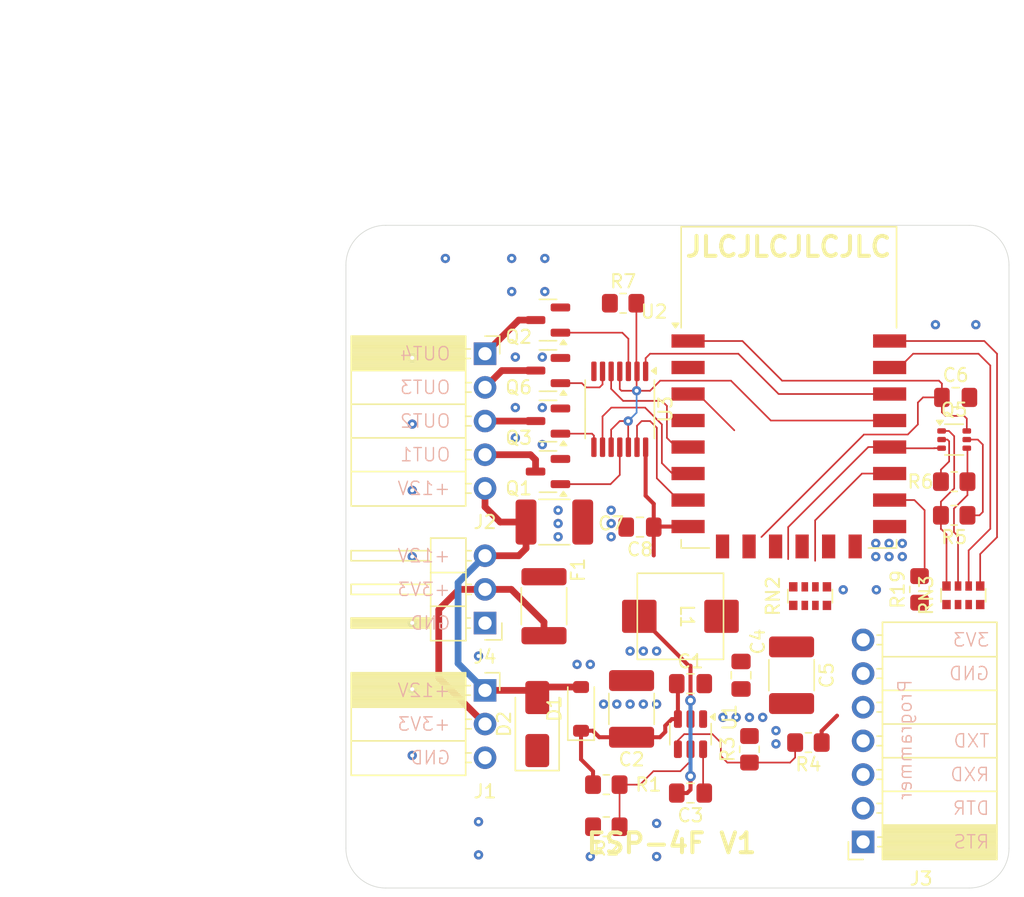
<source format=kicad_pcb>
(kicad_pcb (version 20240108) (generator "pcbnew") (generator_version "8.0")
  (layers (0 "F.Cu" signal) (31 "B.Cu" signal) (34 "B.Paste" user) (35 "F.Paste" user) (36 "B.SilkS" user "B.Silkscreen") (37 "F.SilkS" user "F.Silkscreen") (38 "B.Mask" user) (39 "F.Mask" user) (44 "Edge.Cuts" user))
  (net 0 "")
  (net 1 "+12V")
  (net 2 "GND")
  (net 3 "Net-(U1-BOOT)")
  (net 4 "Net-(U1-SW)")
  (net 5 "+3V3")
  (net 6 "/nRST")
  (net 7 "+12VA")
  (net 8 "Net-(J1-Pin_2)")
  (net 9 "/OUT3")
  (net 10 "/OUT1")
  (net 11 "/OUT2")
  (net 12 "/OUT4")
  (net 14 "Net-(J3-Pin_3)")
  (net 15 "Net-(J3-Pin_1)")
  (net 16 "Net-(J3-Pin_4)")
  (net 17 "Net-(J3-Pin_2)")
  (net 18 "/GPIO5")
  (net 19 "/GPIO14")
  (net 20 "/GPIO12")
  (net 21 "Net-(Q5B-B2)")
  (net 22 "/GPIO0")
  (net 23 "Net-(Q5B-E2)")
  (net 24 "Net-(Q5A-E1)")
  (net 25 "Net-(Q5A-B1)")
  (net 26 "/GPIO13")
  (net 27 "Net-(U1-EN)")
  (net 28 "Net-(U1-FB)")
  (net 29 "/EN")
  (net 30 "/GPIO2")
  (net 31 "/TXD")
  (net 32 "/RXD")
  (net 34 "Net-(Q1-G)")
  (net 40 "Net-(Q2-G)")
  (net 43 "Net-(Q3-G)")
  (net 44 "Net-(Q6-G)")
  (net 45 "Net-(U2-GPIO15)")
  (net 46 "/DRIVE_EN")
  (footprint "Package_TO_SOT_SMD:SOT-23" (layer "F.Cu") (at 115.2375 64.77 180)
    (property "Reference" "Q3" (at 2.2075 -1.27 0) (layer "F.SilkS"))
    (property "Value" "TSM2302CX")
    (pad "1" smd roundrect (at -0.9375 -0.95 180) (size 1.475 0.6) (layers "F.Cu" "F.Paste" "F.Mask") (net 43 "Net-(Q3-G)"))
    (pad "2" smd roundrect (at -0.9375 0.95 180) (size 1.475 0.6) (layers "F.Cu" "F.Paste" "F.Mask") (net 2 "GND"))
    (pad "3" smd roundrect (at 0.9375 0 180) (size 1.475 0.6) (layers "F.Cu" "F.Paste" "F.Mask") (net 11 "/OUT2"))
  )
  (footprint "Capacitor_SMD:C_0805_2012Metric_Pad1.18x1.45mm_HandSolder" (layer "F.Cu") (at 125.984 84.582)
    (property "Reference" "C1" (at 0 -1.68 0) (layer "F.SilkS"))
    (property "Value" "100n")
    (pad "1" smd roundrect (at -1.0375 0) (size 1.175 1.45) (layers "F.Cu" "F.Paste" "F.Mask") (roundrect_rratio 0.212766) (net 1 "+12V"))
    (pad "2" smd roundrect (at 1.0375 0) (size 1.175 1.45) (layers "F.Cu" "F.Paste" "F.Mask") (roundrect_rratio 0.212766) (net 2 "GND"))
  )
  (footprint "Package_TO_SOT_SMD:SOT-23-6" (layer "F.Cu") (at 125.984 88.392 -90)
    (property "Reference" "U1" (at -1.265 -2.945 90) (layer "F.SilkS"))
    (property "Value" "TPS54202DDC")
    (pad "1" smd roundrect (at -1.1375 -0.95 270) (size 1.325 0.6) (layers "F.Cu" "F.Paste" "F.Mask") (net 2 "GND"))
    (pad "2" smd roundrect (at -1.1375 0 270) (size 1.325 0.6) (layers "F.Cu" "F.Paste" "F.Mask") (net 4 "Net-(U1-SW)"))
    (pad "3" smd roundrect (at -1.1375 0.95 270) (size 1.325 0.6) (layers "F.Cu" "F.Paste" "F.Mask") (net 1 "+12V"))
    (pad "4" smd roundrect (at 1.1375 0.95 270) (size 1.325 0.6) (layers "F.Cu" "F.Paste" "F.Mask") (net 28 "Net-(U1-FB)"))
    (pad "5" smd roundrect (at 1.1375 0 270) (size 1.325 0.6) (layers "F.Cu" "F.Paste" "F.Mask") (net 27 "Net-(U1-EN)"))
    (pad "6" smd roundrect (at 1.1375 -0.95 270) (size 1.325 0.6) (layers "F.Cu" "F.Paste" "F.Mask") (net 3 "Net-(U1-BOOT)"))
  )
  (footprint "Capacitor_SMD:C_0805_2012Metric_Pad1.18x1.45mm_HandSolder" (layer "F.Cu") (at 129.794 83.947 -90)
    (property "Reference" "C4" (at -2.54 -1.27 90) (layer "F.SilkS"))
    (property "Value" "1u")
    (pad "1" smd roundrect (at -1.0375 0 270) (size 1.175 1.45) (layers "F.Cu" "F.Paste" "F.Mask") (roundrect_rratio 0.212766) (net 5 "+3V3"))
    (pad "2" smd roundrect (at 1.0375 0 270) (size 1.175 1.45) (layers "F.Cu" "F.Paste" "F.Mask") (roundrect_rratio 0.212766) (net 2 "GND"))
  )
  (footprint "MountingHole:MountingHole_3.2mm_M3_ISO7380" (layer "F.Cu") (at 104 96)
    (property "Reference" "H3" (hide yes))
    (property "Value" "MountingHole")
    (pad "" np_thru_hole circle (at 0 0) (size 3.2 3.2) (drill 3.2) (layers "*.Cu" "*.Mask"))
  )
  (footprint "footprints:L_6.5x6.5_H4.6" (layer "F.Cu") (at 125.222 79.502 -90)
    (property "Reference" "L1" (at 0 -0.5 -90) (layer "F.SilkS"))
    (property "Value" "10u")
    (pad "1" smd roundrect (at 0 3.1 270) (size 2.5 2.6) (layers "F.Cu" "F.Paste" "F.Mask") (roundrect_rratio 0.08) (net 4 "Net-(U1-SW)"))
    (pad "2" smd roundrect (at 0 -3.1 270) (size 2.5 2.6) (layers "F.Cu" "F.Paste" "F.Mask") (roundrect_rratio 0.08) (net 5 "+3V3"))
  )
  (footprint "Connector_PinSocket_2.54mm:PinSocket_1x03_P2.54mm_Horizontal" (layer "F.Cu") (at 110.49 85.09)
    (property "Reference" "J1" (at 0 7.62 0) (layer "F.SilkS"))
    (property "Value" "Conn_01x03_Socket")
    (pad "1" thru_hole rect (at 0 0) (size 1.7 1.7) (drill 1) (layers "*.Cu" "*.Mask") (net 7 "+12VA"))
    (pad "2" thru_hole oval (at 0 2.54) (size 1.7 1.7) (drill 1) (layers "*.Cu" "*.Mask") (net 8 "Net-(J1-Pin_2)"))
    (pad "3" thru_hole oval (at 0 5.08) (size 1.7 1.7) (drill 1) (layers "*.Cu" "*.Mask") (net 2 "GND"))
  )
  (footprint "Resistor_SMD:R_0805_2012Metric_Pad1.20x1.40mm_HandSolder" (layer "F.Cu") (at 145.8675 69.342)
    (property "Reference" "R6" (at -2.54 0 0) (layer "F.SilkS"))
    (property "Value" "10k")
    (pad "1" smd roundrect (at -1 0) (size 1.2 1.4) (layers "F.Cu" "F.Paste" "F.Mask") (roundrect_rratio 0.208333) (net 25 "Net-(Q5A-B1)"))
    (pad "2" smd roundrect (at 1 0) (size 1.2 1.4) (layers "F.Cu" "F.Paste" "F.Mask") (roundrect_rratio 0.208333) (net 23 "Net-(Q5B-E2)"))
  )
  (footprint "Resistor_SMD:R_0805_2012Metric_Pad1.20x1.40mm_HandSolder" (layer "F.Cu") (at 130.429 89.535 90)
    (property "Reference" "R3" (at 0 -1.65 90) (layer "F.SilkS"))
    (property "Value" "22k")
    (pad "1" smd roundrect (at -1 0 90) (size 1.2 1.4) (layers "F.Cu" "F.Paste" "F.Mask") (roundrect_rratio 0.208333) (net 28 "Net-(U1-FB)"))
    (pad "2" smd roundrect (at 1 0 90) (size 1.2 1.4) (layers "F.Cu" "F.Paste" "F.Mask") (roundrect_rratio 0.208333) (net 2 "GND"))
  )
  (footprint "Diode_SMD:D_SMA" (layer "F.Cu") (at 114.427 87.63 90)
    (property "Reference" "D2" (at 0 -2.5 90) (layer "F.SilkS"))
    (property "Value" "SMAJ12A")
    (pad "1" smd roundrect (at -2 0 90) (size 2.5 1.8) (layers "F.Cu" "F.Paste" "F.Mask") (roundrect_rratio 0.1388888889) (net 2 "GND"))
    (pad "2" smd roundrect (at 2 0 90) (size 2.5 1.8) (layers "F.Cu" "F.Paste" "F.Mask") (roundrect_rratio 0.1388888889) (net 7 "+12VA"))
  )
  (footprint "Fuse:Fuse_1812_4532Metric_Pad1.30x3.40mm_HandSolder" (layer "F.Cu") (at 114.935 78.74 -90)
    (property "Reference" "F1" (at -2.74 -2.565 90) (layer "F.SilkS"))
    (property "Value" "Fuse")
    (pad "1" smd roundrect (at -2.225 0 270) (size 1.3 3.4) (layers "F.Cu" "F.Paste" "F.Mask") (roundrect_rratio 0.192308) (net 5 "+3V3"))
    (pad "2" smd roundrect (at 2.225 0 270) (size 1.3 3.4) (layers "F.Cu" "F.Paste" "F.Mask") (roundrect_rratio 0.192308) (net 8 "Net-(J1-Pin_2)"))
  )
  (footprint "MountingHole:MountingHole_3.2mm_M3_ISO7380" (layer "F.Cu") (at 146 54)
    (property "Reference" "H2" (hide yes))
    (property "Value" "MountingHole")
    (pad "" np_thru_hole circle (at 0 0) (size 3.2 3.2) (drill 3.2) (layers "*.Cu" "*.Mask"))
  )
  (footprint "Package_SO:TSSOP-14_4.4x5mm_P0.65mm" (layer "F.Cu") (at 120.65 63.881 -90)
    (property "Reference" "U3" (at 0 -3.45 90) (layer "F.SilkS"))
    (property "Value" "7408")
    (pad "1" smd roundrect (at -2.8625 -1.95 270) (size 1.475 0.4) (layers "F.Cu" "F.Paste" "F.Mask") (net 18 "/GPIO5"))
    (pad "2" smd roundrect (at -2.8625 -1.3 270) (size 1.475 0.4) (layers "F.Cu" "F.Paste" "F.Mask") (net 46 "/DRIVE_EN"))
    (pad "3" smd roundrect (at -2.8625 -0.65 270) (size 1.475 0.4) (layers "F.Cu" "F.Paste" "F.Mask") (net 40 "Net-(Q2-G)"))
    (pad "4" smd roundrect (at -2.8625 0 270) (size 1.475 0.4) (layers "F.Cu" "F.Paste" "F.Mask") (net 46 "/DRIVE_EN"))
    (pad "5" smd roundrect (at -2.8625 0.65 270) (size 1.475 0.4) (layers "F.Cu" "F.Paste" "F.Mask") (net 19 "/GPIO14"))
    (pad "6" smd roundrect (at -2.8625 1.3 270) (size 1.475 0.4) (layers "F.Cu" "F.Paste" "F.Mask") (net 44 "Net-(Q6-G)"))
    (pad "7" smd roundrect (at -2.8625 1.95 270) (size 1.475 0.4) (layers "F.Cu" "F.Paste" "F.Mask") (net 2 "GND"))
    (pad "8" smd roundrect (at 2.8625 1.95 270) (size 1.475 0.4) (layers "F.Cu" "F.Paste" "F.Mask") (net 43 "Net-(Q3-G)"))
    (pad "9" smd roundrect (at 2.8625 1.3 270) (size 1.475 0.4) (layers "F.Cu" "F.Paste" "F.Mask") (net 20 "/GPIO12"))
    (pad "10" smd roundrect (at 2.8625 0.65 270) (size 1.475 0.4) (layers "F.Cu" "F.Paste" "F.Mask") (net 46 "/DRIVE_EN"))
    (pad "11" smd roundrect (at 2.8625 0 270) (size 1.475 0.4) (layers "F.Cu" "F.Paste" "F.Mask") (net 34 "Net-(Q1-G)"))
    (pad "12" smd roundrect (at 2.8625 -0.65 270) (size 1.475 0.4) (layers "F.Cu" "F.Paste" "F.Mask") (net 46 "/DRIVE_EN"))
    (pad "13" smd roundrect (at 2.8625 -1.3 270) (size 1.475 0.4) (layers "F.Cu" "F.Paste" "F.Mask") (net 26 "/GPIO13"))
    (pad "14" smd roundrect (at 2.8625 -1.95 270) (size 1.475 0.4) (layers "F.Cu" "F.Paste" "F.Mask") (net 5 "+3V3"))
  )
  (footprint "Resistor_SMD:R_0805_2012Metric_Pad1.20x1.40mm_HandSolder" (layer "F.Cu") (at 120.904 55.88)
    (property "Reference" "R7" (at 0 -1.65 360) (layer "F.SilkS"))
    (property "Value" "10k")
    (pad "1" smd roundrect (at -1 0) (size 1.2 1.4) (layers "F.Cu" "F.Paste" "F.Mask") (roundrect_rratio 0.208333) (net 2 "GND"))
    (pad "2" smd roundrect (at 1 0) (size 1.2 1.4) (layers "F.Cu" "F.Paste" "F.Mask") (roundrect_rratio 0.208333) (net 46 "/DRIVE_EN"))
  )
  (footprint "Resistor_SMD:R_Array_Convex_4x0612" (layer "F.Cu") (at 135.001 77.978 90)
    (property "Reference" "RN2" (at 0 -2.8 90) (layer "F.SilkS"))
    (property "Value" "10K")
    (pad "1" smd rect (at -0.7 -1.27 90) (size 0.7 0.64) (layers "F.Cu" "F.Paste" "F.Mask") (net 5 "+3V3"))
    (pad "2" smd rect (at -0.7 -0.4 90) (size 0.7 0.5) (layers "F.Cu" "F.Paste" "F.Mask") (net 5 "+3V3"))
    (pad "3" smd rect (at -0.7 0.4 90) (size 0.7 0.5) (layers "F.Cu" "F.Paste" "F.Mask") (net 5 "+3V3"))
    (pad "4" smd rect (at -0.7 1.27 90) (size 0.7 0.64) (layers "F.Cu" "F.Paste" "F.Mask") (net 5 "+3V3"))
    (pad "5" smd rect (at 0.7 1.27 90) (size 0.7 0.64) (layers "F.Cu" "F.Paste" "F.Mask") (net 30 "/GPIO2"))
    (pad "6" smd rect (at 0.7 0.4 90) (size 0.7 0.5) (layers "F.Cu" "F.Paste" "F.Mask") (net 22 "/GPIO0"))
    (pad "7" smd rect (at 0.7 -0.4 90) (size 0.7 0.5) (layers "F.Cu" "F.Paste" "F.Mask") (net 6 "/nRST"))
    (pad "8" smd rect (at 0.7 -1.27 90) (size 0.7 0.64) (layers "F.Cu" "F.Paste" "F.Mask") (net 29 "/EN"))
  )
  (footprint "Resistor_SMD:R_0805_2012Metric_Pad1.20x1.40mm_HandSolder" (layer "F.Cu") (at 134.874 89.027 180)
    (property "Reference" "R4" (at 0 -1.65 0) (layer "F.SilkS"))
    (property "Value" "100k")
    (pad "1" smd roundrect (at -1 0 180) (size 1.2 1.4) (layers "F.Cu" "F.Paste" "F.Mask") (roundrect_rratio 0.208333) (net 5 "+3V3"))
    (pad "2" smd roundrect (at 1 0 180) (size 1.2 1.4) (layers "F.Cu" "F.Paste" "F.Mask") (roundrect_rratio 0.208333) (net 28 "Net-(U1-FB)"))
  )
  (footprint "Resistor_SMD:R_0805_2012Metric_Pad1.20x1.40mm_HandSolder" (layer "F.Cu") (at 119.634 95.377 180)
    (property "Reference" "R2" (at 0 -1.65 0) (layer "F.SilkS"))
    (property "Value" "10k")
    (pad "1" smd roundrect (at -1 0 180) (size 1.2 1.4) (layers "F.Cu" "F.Paste" "F.Mask") (roundrect_rratio 0.208333) (net 27 "Net-(U1-EN)"))
    (pad "2" smd roundrect (at 1 0 180) (size 1.2 1.4) (layers "F.Cu" "F.Paste" "F.Mask") (roundrect_rratio 0.208333) (net 2 "GND"))
  )
  (footprint "MountingHole:MountingHole_3.2mm_M3_ISO7380" (layer "F.Cu") (at 104 54)
    (property "Reference" "H1" (hide yes))
    (property "Value" "MountingHole")
    (pad "" np_thru_hole circle (at 0 0) (size 3.2 3.2) (drill 3.2) (layers "*.Cu" "*.Mask"))
  )
  (footprint "Package_TO_SOT_SMD:SOT-23" (layer "F.Cu") (at 115.2375 68.58 180)
    (property "Reference" "Q1" (at 2.2075 -1.27 0) (layer "F.SilkS"))
    (property "Value" "TSM2302CX")
    (pad "1" smd roundrect (at -0.9375 -0.95 180) (size 1.475 0.6) (layers "F.Cu" "F.Paste" "F.Mask") (net 34 "Net-(Q1-G)"))
    (pad "2" smd roundrect (at -0.9375 0.95 180) (size 1.475 0.6) (layers "F.Cu" "F.Paste" "F.Mask") (net 2 "GND"))
    (pad "3" smd roundrect (at 0.9375 0 180) (size 1.475 0.6) (layers "F.Cu" "F.Paste" "F.Mask") (net 10 "/OUT1"))
  )
  (footprint "Connector_PinSocket_2.54mm:PinSocket_1x07_P2.54mm_Horizontal" (layer "F.Cu") (at 139 96.52 180)
    (property "Reference" "J3" (at -4.38 -2.77 0) (layer "F.SilkS"))
    (property "Value" "Conn_01x07_Socket")
    (pad "1" thru_hole rect (at 0 0 180) (size 1.7 1.7) (drill 1) (layers "*.Cu" "*.Mask") (net 15 "Net-(J3-Pin_1)"))
    (pad "2" thru_hole oval (at 0 2.54 180) (size 1.7 1.7) (drill 1) (layers "*.Cu" "*.Mask") (net 17 "Net-(J3-Pin_2)"))
    (pad "3" thru_hole oval (at 0 5.08 180) (size 1.7 1.7) (drill 1) (layers "*.Cu" "*.Mask") (net 14 "Net-(J3-Pin_3)"))
    (pad "4" thru_hole oval (at 0 7.62 180) (size 1.7 1.7) (drill 1) (layers "*.Cu" "*.Mask") (net 16 "Net-(J3-Pin_4)"))
    (pad "5" thru_hole oval (at 0 10.16 180) (size 1.7 1.7) (drill 1) (layers "*.Cu" "*.Mask"))
    (pad "6" thru_hole oval (at 0 12.7 180) (size 1.7 1.7) (drill 1) (layers "*.Cu" "*.Mask") (net 2 "GND"))
    (pad "7" thru_hole oval (at 0 15.24 180) (size 1.7 1.7) (drill 1) (layers "*.Cu" "*.Mask") (net 5 "+3V3"))
  )
  (footprint "Package_TO_SOT_SMD:SOT-23" (layer "F.Cu") (at 115.2375 60.96 180)
    (property "Reference" "Q6" (at 2.2075 -1.27 0) (layer "F.SilkS"))
    (property "Value" "TSM2302CX")
    (pad "1" smd roundrect (at -0.9375 -0.95 180) (size 1.475 0.6) (layers "F.Cu" "F.Paste" "F.Mask") (net 44 "Net-(Q6-G)"))
    (pad "2" smd roundrect (at -0.9375 0.95 180) (size 1.475 0.6) (layers "F.Cu" "F.Paste" "F.Mask") (net 2 "GND"))
    (pad "3" smd roundrect (at 0.9375 0 180) (size 1.475 0.6) (layers "F.Cu" "F.Paste" "F.Mask") (net 9 "/OUT3"))
  )
  (footprint "RF_Module:ESP-12E" (layer "F.Cu") (at 133.4 62.23)
    (property "Reference" "U2" (at -10.16 -5.715 0) (layer "F.SilkS"))
    (property "Value" "ESP-12E")
    (pad "1" smd rect (at -7.6 -3.5) (size 2.5 1) (layers "F.Cu" "F.Paste" "F.Mask") (net 6 "/nRST"))
    (pad "2" smd rect (at -7.6 -1.5) (size 2.5 1) (layers "F.Cu" "F.Paste" "F.Mask"))
    (pad "3" smd rect (at -7.6 0.5) (size 2.5 1) (layers "F.Cu" "F.Paste" "F.Mask") (net 29 "/EN"))
    (pad "4" smd rect (at -7.6 2.5) (size 2.5 1) (layers "F.Cu" "F.Paste" "F.Mask"))
    (pad "5" smd rect (at -7.6 4.5) (size 2.5 1) (layers "F.Cu" "F.Paste" "F.Mask") (net 19 "/GPIO14"))
    (pad "6" smd rect (at -7.6 6.5) (size 2.5 1) (layers "F.Cu" "F.Paste" "F.Mask") (net 20 "/GPIO12"))
    (pad "7" smd rect (at -7.6 8.5) (size 2.5 1) (layers "F.Cu" "F.Paste" "F.Mask") (net 26 "/GPIO13"))
    (pad "8" smd rect (at -7.6 10.5) (size 2.5 1) (layers "F.Cu" "F.Paste" "F.Mask") (net 5 "+3V3"))
    (pad "9" smd rect (at -5 12) (size 1 1.8) (layers "F.Cu" "F.Paste" "F.Mask"))
    (pad "10" smd rect (at -3 12) (size 1 1.8) (layers "F.Cu" "F.Paste" "F.Mask"))
    (pad "11" smd rect (at -1 12) (size 1 1.8) (layers "F.Cu" "F.Paste" "F.Mask"))
    (pad "12" smd rect (at 1 12) (size 1 1.8) (layers "F.Cu" "F.Paste" "F.Mask"))
    (pad "13" smd rect (at 3 12) (size 1 1.8) (layers "F.Cu" "F.Paste" "F.Mask"))
    (pad "14" smd rect (at 5 12) (size 1 1.8) (layers "F.Cu" "F.Paste" "F.Mask"))
    (pad "15" smd rect (at 7.6 10.5) (size 2.5 1) (layers "F.Cu" "F.Paste" "F.Mask") (net 2 "GND"))
    (pad "16" smd rect (at 7.6 8.5) (size 2.5 1) (layers "F.Cu" "F.Paste" "F.Mask") (net 45 "Net-(U2-GPIO15)"))
    (pad "17" smd rect (at 7.6 6.5) (size 2.5 1) (layers "F.Cu" "F.Paste" "F.Mask") (net 30 "/GPIO2"))
    (pad "18" smd rect (at 7.6 4.5) (size 2.5 1) (layers "F.Cu" "F.Paste" "F.Mask") (net 22 "/GPIO0"))
    (pad "19" smd rect (at 7.6 2.5) (size 2.5 1) (layers "F.Cu" "F.Paste" "F.Mask") (net 46 "/DRIVE_EN"))
    (pad "20" smd rect (at 7.6 0.5) (size 2.5 1) (layers "F.Cu" "F.Paste" "F.Mask") (net 18 "/GPIO5"))
    (pad "21" smd rect (at 7.6 -1.5) (size 2.5 1) (layers "F.Cu" "F.Paste" "F.Mask") (net 32 "/RXD"))
    (pad "22" smd rect (at 7.6 -3.5) (size 2.5 1) (layers "F.Cu" "F.Paste" "F.Mask") (net 31 "/TXD"))
  )
  (footprint "Package_TO_SOT_SMD:SOT-363_SC-70-6" (layer "F.Cu") (at 145.8675 66.167)
    (property "Reference" "Q5" (at 0 -2.25 0) (layer "F.SilkS"))
    (property "Value" "BC847BS")
    (pad "1" smd roundrect (at -0.95 -0.65) (size 0.65 0.4) (layers "F.Cu" "F.Paste" "F.Mask") (net 24 "Net-(Q5A-E1)"))
    (pad "2" smd roundrect (at -0.95 0) (size 0.65 0.4) (layers "F.Cu" "F.Paste" "F.Mask") (net 25 "Net-(Q5A-B1)"))
    (pad "3" smd roundrect (at -0.95 0.65) (size 0.65 0.4) (layers "F.Cu" "F.Paste" "F.Mask") (net 22 "/GPIO0"))
    (pad "4" smd roundrect (at 0.95 0.65) (size 0.65 0.4) (layers "F.Cu" "F.Paste" "F.Mask") (net 23 "Net-(Q5B-E2)"))
    (pad "5" smd roundrect (at 0.95 0) (size 0.65 0.4) (layers "F.Cu" "F.Paste" "F.Mask") (net 21 "Net-(Q5B-B2)"))
    (pad "6" smd roundrect (at 0.95 -0.65) (size 0.65 0.4) (layers "F.Cu" "F.Paste" "F.Mask") (net 6 "/nRST"))
  )
  (footprint "Capacitor_SMD:C_1812_4532Metric_Pad1.57x3.40mm_HandSolder" (layer "F.Cu") (at 133.604 83.947 -90)
    (property "Reference" "C5" (at 0 -2.65 90) (layer "F.SilkS"))
    (property "Value" "33u")
    (pad "1" smd roundrect (at -2.1375 0 270) (size 1.575 3.4) (layers "F.Cu" "F.Paste" "F.Mask") (roundrect_rratio 0.15873) (net 5 "+3V3"))
    (pad "2" smd roundrect (at 2.1375 0 270) (size 1.575 3.4) (layers "F.Cu" "F.Paste" "F.Mask") (roundrect_rratio 0.15873) (net 2 "GND"))
  )
  (footprint "Resistor_SMD:R_0805_2012Metric_Pad1.20x1.40mm_HandSolder" (layer "F.Cu") (at 119.634 92.202)
    (property "Reference" "R1" (at 3.175 0 0) (layer "F.SilkS"))
    (property "Value" "68k")
    (pad "1" smd roundrect (at -1 0) (size 1.2 1.4) (layers "F.Cu" "F.Paste" "F.Mask") (roundrect_rratio 0.208333) (net 1 "+12V"))
    (pad "2" smd roundrect (at 1 0) (size 1.2 1.4) (layers "F.Cu" "F.Paste" "F.Mask") (roundrect_rratio 0.208333) (net 27 "Net-(U1-EN)"))
  )
  (footprint "Resistor_SMD:R_Array_Convex_4x0612" (layer "F.Cu") (at 146.558 77.916 90)
    (property "Reference" "RN3" (at 0 -2.8 90) (layer "F.SilkS"))
    (property "Value" "10R")
    (pad "1" smd rect (at -0.7 -1.27 90) (size 0.7 0.64) (layers "F.Cu" "F.Paste" "F.Mask") (net 15 "Net-(J3-Pin_1)"))
    (pad "2" smd rect (at -0.7 -0.4 90) (size 0.7 0.5) (layers "F.Cu" "F.Paste" "F.Mask") (net 17 "Net-(J3-Pin_2)"))
    (pad "3" smd rect (at -0.7 0.4 90) (size 0.7 0.5) (layers "F.Cu" "F.Paste" "F.Mask") (net 16 "Net-(J3-Pin_4)"))
    (pad "4" smd rect (at -0.7 1.27 90) (size 0.7 0.64) (layers "F.Cu" "F.Paste" "F.Mask") (net 14 "Net-(J3-Pin_3)"))
    (pad "5" smd rect (at 0.7 1.27 90) (size 0.7 0.64) (layers "F.Cu" "F.Paste" "F.Mask") (net 31 "/TXD"))
    (pad "6" smd rect (at 0.7 0.4 90) (size 0.7 0.5) (layers "F.Cu" "F.Paste" "F.Mask") (net 32 "/RXD"))
    (pad "7" smd rect (at 0.7 -0.4 90) (size 0.7 0.5) (layers "F.Cu" "F.Paste" "F.Mask") (net 23 "Net-(Q5B-E2)"))
    (pad "8" smd rect (at 0.7 -1.27 90) (size 0.7 0.64) (layers "F.Cu" "F.Paste" "F.Mask") (net 24 "Net-(Q5A-E1)"))
  )
  (footprint "Package_TO_SOT_SMD:SOT-23" (layer "F.Cu") (at 115.2375 57.15 180)
    (property "Reference" "Q2" (at 2.2075 -1.27 0) (layer "F.SilkS"))
    (property "Value" "TSM2302CX")
    (pad "1" smd roundrect (at -0.9375 -0.95 180) (size 1.475 0.6) (layers "F.Cu" "F.Paste" "F.Mask") (net 40 "Net-(Q2-G)"))
    (pad "2" smd roundrect (at -0.9375 0.95 180) (size 1.475 0.6) (layers "F.Cu" "F.Paste" "F.Mask") (net 2 "GND"))
    (pad "3" smd roundrect (at 0.9375 0 180) (size 1.475 0.6) (layers "F.Cu" "F.Paste" "F.Mask") (net 12 "/OUT4"))
  )
  (footprint "Resistor_SMD:R_0805_2012Metric_Pad1.20x1.40mm_HandSolder" (layer "F.Cu") (at 145.8675 71.882 180)
    (property "Reference" "R5" (at 0 -1.65 0) (layer "F.SilkS"))
    (property "Value" "10k")
    (pad "1" smd roundrect (at -1 0 180) (size 1.2 1.4) (layers "F.Cu" "F.Paste" "F.Mask") (roundrect_rratio 0.208333) (net 21 "Net-(Q5B-B2)"))
    (pad "2" smd roundrect (at 1 0 180) (size 1.2 1.4) (layers "F.Cu" "F.Paste" "F.Mask") (roundrect_rratio 0.208333) (net 24 "Net-(Q5A-E1)"))
  )
  (footprint "Capacitor_SMD:C_0805_2012Metric_Pad1.18x1.45mm_HandSolder" (layer "F.Cu") (at 125.984 92.837 180)
    (property "Reference" "C3" (at 0 -1.68 0) (layer "F.SilkS"))
    (property "Value" "100n")
    (pad "1" smd roundrect (at -1.0375 0 180) (size 1.175 1.45) (layers "F.Cu" "F.Paste" "F.Mask") (roundrect_rratio 0.212766) (net 3 "Net-(U1-BOOT)"))
    (pad "2" smd roundrect (at 1.0375 0 180) (size 1.175 1.45) (layers "F.Cu" "F.Paste" "F.Mask") (roundrect_rratio 0.212766) (net 4 "Net-(U1-SW)"))
  )
  (footprint "Capacitor_SMD:C_0805_2012Metric_Pad1.18x1.45mm_HandSolder" (layer "F.Cu") (at 145.9785 62.984)
    (property "Reference" "C6" (at 0 -1.68 360) (layer "F.SilkS"))
    (property "Value" "100n")
    (pad "1" smd roundrect (at -1.0375 0) (size 1.175 1.45) (layers "F.Cu" "F.Paste" "F.Mask") (roundrect_rratio 0.212766) (net 6 "/nRST"))
    (pad "2" smd roundrect (at 1.0375 0) (size 1.175 1.45) (layers "F.Cu" "F.Paste" "F.Mask") (roundrect_rratio 0.212766) (net 2 "GND"))
  )
  (footprint "Connector_PinHeader_2.54mm:PinHeader_1x03_P2.54mm_Horizontal" (layer "F.Cu") (at 110.49 80.01 180)
    (property "Reference" "J4" (at 0 -2.54 0) (layer "F.SilkS"))
    (property "Value" "Conn_01x03_Pin")
    (pad "1" thru_hole rect (at 0 0 180) (size 1.7 1.7) (drill 1) (layers "*.Cu" "*.Mask") (net 2 "GND"))
    (pad "2" thru_hole oval (at 0 2.54 180) (size 1.7 1.7) (drill 1) (layers "*.Cu" "*.Mask") (net 8 "Net-(J1-Pin_2)"))
    (pad "3" thru_hole oval (at 0 5.08 180) (size 1.7 1.7) (drill 1) (layers "*.Cu" "*.Mask") (net 7 "+12VA"))
  )
  (footprint "Capacitor_SMD:C_0805_2012Metric_Pad1.18x1.45mm_HandSolder" (layer "F.Cu") (at 122.174 72.771 180)
    (property "Reference" "C8" (at 0 -1.68 360) (layer "F.SilkS"))
    (property "Value" "100n")
    (pad "1" smd roundrect (at -1.0375 0 180) (size 1.175 1.45) (layers "F.Cu" "F.Paste" "F.Mask") (roundrect_rratio 0.212766) (net 5 "+3V3"))
    (pad "2" smd roundrect (at 1.0375 0 180) (size 1.175 1.45) (layers "F.Cu" "F.Paste" "F.Mask") (roundrect_rratio 0.212766) (net 2 "GND"))
  )
  (footprint "MountingHole:MountingHole_3.2mm_M3_ISO7380" (layer "F.Cu") (at 134 96)
    (property "Reference" "H4" (hide yes))
    (property "Value" "MountingHole")
    (pad "" np_thru_hole circle (at 0 0) (size 3.2 3.2) (drill 3.2) (layers "*.Cu" "*.Mask"))
  )
  (footprint "Diode_SMD:D_SOD-123" (layer "F.Cu") (at 117.729 86.487 90)
    (property "Reference" "D1" (at 0 -2 90) (layer "F.SilkS"))
    (property "Value" "B5819W")
    (pad "1" smd roundrect (at -1.65 0 90) (size 0.9 1.2) (layers "F.Cu" "F.Paste" "F.Mask") (net 1 "+12V"))
    (pad "2" smd roundrect (at 1.65 0 90) (size 0.9 1.2) (layers "F.Cu" "F.Paste" "F.Mask") (net 7 "+12VA"))
  )
  (footprint "Capacitor_SMD:C_1812_4532Metric_Pad1.57x3.40mm_HandSolder" (layer "F.Cu") (at 121.539 86.487 90)
    (property "Reference" "C2" (at -3.81 0 180) (layer "F.SilkS"))
    (property "Value" "33u")
    (pad "1" smd roundrect (at -2.1375 0 90) (size 1.575 3.4) (layers "F.Cu" "F.Paste" "F.Mask") (roundrect_rratio 0.15873) (net 1 "+12V"))
    (pad "2" smd roundrect (at 2.1375 0 90) (size 1.575 3.4) (layers "F.Cu" "F.Paste" "F.Mask") (roundrect_rratio 0.15873) (net 2 "GND"))
  )
  (footprint "Connector_PinSocket_2.54mm:PinSocket_1x05_P2.54mm_Horizontal" (layer "F.Cu") (at 110.49 59.69)
    (property "Reference" "J2" (at 0 12.7 0) (layer "F.SilkS"))
    (property "Value" "Conn_01x05_Socket")
    (pad "1" thru_hole rect (at 0 0) (size 1.7 1.7) (drill 1) (layers "*.Cu" "*.Mask") (net 12 "/OUT4"))
    (pad "2" thru_hole oval (at 0 2.54) (size 1.7 1.7) (drill 1) (layers "*.Cu" "*.Mask") (net 9 "/OUT3"))
    (pad "3" thru_hole oval (at 0 5.08) (size 1.7 1.7) (drill 1) (layers "*.Cu" "*.Mask") (net 11 "/OUT2"))
    (pad "4" thru_hole oval (at 0 7.62) (size 1.7 1.7) (drill 1) (layers "*.Cu" "*.Mask") (net 10 "/OUT1"))
    (pad "5" thru_hole oval (at 0 10.16) (size 1.7 1.7) (drill 1) (layers "*.Cu" "*.Mask") (net 7 "+12VA"))
  )
  (footprint "Resistor_SMD:R_0805_2012Metric_Pad1.20x1.40mm_HandSolder" (layer "F.Cu") (at 143.256 77.47 90)
    (property "Reference" "R19" (at 0 -1.65 90) (layer "F.SilkS"))
    (property "Value" "10k")
    (pad "1" smd roundrect (at -1 0 90) (size 1.2 1.4) (layers "F.Cu" "F.Paste" "F.Mask") (roundrect_rratio 0.208333) (net 2 "GND"))
    (pad "2" smd roundrect (at 1 0 90) (size 1.2 1.4) (layers "F.Cu" "F.Paste" "F.Mask") (roundrect_rratio 0.208333) (net 45 "Net-(U2-GPIO15)"))
  )
  (footprint "Capacitor_SMD:C_1812_4532Metric_Pad1.57x3.40mm_HandSolder" (layer "F.Cu") (at 115.7185 72.39)
    (property "Reference" "C7" (at 4.2815 0.11 0) (layer "F.SilkS"))
    (property "Value" "33u")
    (pad "1" smd roundrect (at -2.1375 0) (size 1.575 3.4) (layers "F.Cu" "F.Paste" "F.Mask") (roundrect_rratio 0.15873) (net 7 "+12VA"))
    (pad "2" smd roundrect (at 2.1375 0) (size 1.575 3.4) (layers "F.Cu" "F.Paste" "F.Mask") (roundrect_rratio 0.15873) (net 2 "GND"))
  )
  (gr_arc (start 147 50) (mid 149.12132 50.87868) (end 150 53) (stroke (width 0.05)) (layer "Edge.Cuts"))
  (gr_line (start 103 50) (end 147 50) (stroke (width 0.05)) (layer "Edge.Cuts"))
  (gr_line (start 100 97) (end 100 53) (stroke (width 0.05)) (layer "Edge.Cuts"))
  (gr_line (start 150 53) (end 150 97) (stroke (width 0.05)) (layer "Edge.Cuts"))
  (gr_arc (start 100 53) (mid 100.87868 50.87868) (end 103 50) (stroke (width 0.05)) (layer "Edge.Cuts"))
  (gr_arc (start 150 97) (mid 149.12132 99.12132) (end 147 100) (stroke (width 0.05)) (layer "Edge.Cuts"))
  (gr_line (start 147 100) (end 103 100) (stroke (width 0.05)) (layer "Edge.Cuts"))
  (gr_arc (start 103 100) (mid 100.87868 99.12132) (end 100 97) (stroke (width 0.05)) (layer "Edge.Cuts"))
  (gr_text "+12V" (at 107.95 69.85 0) (layer "B.SilkS") (effects (font (size 1 1) (thickness 0.1)) (justify left mirror)))
  (gr_text "GND" (at 107.95 80.01 0) (layer "B.SilkS") (effects (font (size 1 1) (thickness 0.1)) (justify left mirror)))
  (gr_text "RXD" (at 148.59 91.44 0) (layer "B.SilkS") (effects (font (size 1 1) (thickness 0.1)) (justify left mirror)))
  (gr_text "+12V" (at 107.95 85.09 0) (layer "B.SilkS") (effects (font (size 1 1) (thickness 0.1)) (justify left mirror)))
  (gr_text "3V3" (at 148.59 81.28 0) (layer "B.SilkS") (effects (font (size 1 1) (thickness 0.1)) (justify left mirror)))
  (gr_text "+12V" (at 107.95 74.93 0) (layer "B.SilkS") (effects (font (size 1 1) (thickness 0.1)) (justify left mirror)))
  (gr_text "OUT4" (at 107.95 59.69 0) (layer "B.SilkS") (effects (font (size 1 1) (thickness 0.1)) (justify left mirror)))
  (gr_text "+3V3" (at 107.95 87.63 0) (layer "B.SilkS") (effects (font (size 1 1) (thickness 0.1)) (justify left mirror)))
  (gr_text "DTR" (at 148.59 93.98 0) (layer "B.SilkS") (effects (font (size 1 1) (thickness 0.1)) (justify left mirror)))
  (gr_text "GND" (at 148.59 83.82 0) (layer "B.SilkS") (effects (font (size 1 1) (thickness 0.1)) (justify left mirror)))
  (gr_text "OUT1" (at 107.95 67.31 0) (layer "B.SilkS") (effects (font (size 1 1) (thickness 0.1)) (justify left mirror)))
  (gr_text "TXD" (at 148.59 88.9 0) (layer "B.SilkS") (effects (font (size 1 1) (thickness 0.1)) (justify left mirror)))
  (gr_text "Programmer" (at 142.748 84.201 90) (layer "B.SilkS") (effects (font (size 1 1) (thickness 0.1)) (justify left bottom mirror)))
  (gr_text "OUT3" (at 107.95 62.23 0) (layer "B.SilkS") (effects (font (size 1 1) (thickness 0.1)) (justify left mirror)))
  (gr_text "OUT2" (at 107.95 64.77 0) (layer "B.SilkS") (effects (font (size 1 1) (thickness 0.1)) (justify left mirror)))
  (gr_text "+3V3" (at 107.95 77.47 0) (layer "B.SilkS") (effects (font (size 1 1) (thickness 0.1)) (justify left mirror)))
  (gr_text "RTS" (at 148.59 96.52 0) (layer "B.SilkS") (effects (font (size 1 1) (thickness 0.1)) (justify left mirror)))
  (gr_text "GND" (at 107.95 90.17 0) (layer "B.SilkS") (effects (font (size 1 1) (thickness 0.1)) (justify left mirror)))
  (gr_text "JLCJLCJLCJLC" (at 125.455 52.5 0) (layer "F.SilkS") (effects (font (size 1.5 1.5) (thickness 0.3) (bold yes)) (justify left bottom)))
  (gr_text "ESP-4F V1" (at 118 97.5 0) (layer "F.SilkS") (effects (font (size 1.5 1.5) (thickness 0.3) (bold yes)) (justify left bottom)))
  (segment (start 124.5815 87.2545) (end 125.034 87.2545) (width 0.3048) (layer "F.Cu") (net 1))
  (segment (start 125.034 84.6695) (end 124.9465 84.582) (width 0.3048) (layer "F.Cu") (net 1))
  (segment (start 117.729 88.137) (end 118.619 88.137) (width 0.3048) (layer "F.Cu") (net 1))
  (segment (start 124.079 88.222) (end 124.079 87.757) (width 0.3048) (layer "F.Cu") (net 1))
  (segment (start 118.634 92.202) (end 118.634 91.202) (width 0.3048) (layer "F.Cu") (net 1))
  (segment (start 121.539 88.6245) (end 123.6765 88.6245) (width 0.3048) (layer "F.Cu") (net 1))
  (segment (start 124.079 87.757) (end 124.5815 87.2545) (width 0.3048) (layer "F.Cu") (net 1))
  (segment (start 118.634 91.202) (end 117.729 90.297) (width 0.3048) (layer "F.Cu") (net 1))
  (segment (start 119.1065 88.6245) (end 121.539 88.6245) (width 0.3048) (layer "F.Cu") (net 1))
  (segment (start 125.034 87.2545) (end 125.034 84.6695) (width 0.3048) (layer "F.Cu") (net 1))
  (segment (start 117.729 90.297) (end 117.729 88.137) (width 0.3048) (layer "F.Cu") (net 1))
  (segment (start 123.6765 88.6245) (end 124.079 88.222) (width 0.3048) (layer "F.Cu") (net 1))
  (segment (start 118.619 88.137) (end 119.1065 88.6245) (width 0.3048) (layer "F.Cu") (net 1))
  (segment (start 116.225 59.96) (end 116.175 60.01) (width 0.127) (layer "F.Cu") (net 2))
  (segment (start 116.225 56.15) (end 116.175 56.2) (width 0.127) (layer "F.Cu") (net 2))
  (via (at 123.429 86.127) (size 0.7) (drill 0.3) (layers "F.Cu" "B.Cu") (net 2))
  (via (at 117.429 83.127) (size 0.7) (drill 0.3) (layers "F.Cu" "B.Cu") (net 2))
  (via (at 105 65) (size 0.7) (drill 0.3) (layers "F.Cu" "B.Cu") (net 2))
  (via (at 131.429 87.127) (size 0.7) (drill 0.3) (layers "F.Cu" "B.Cu") (net 2))
  (via (at 116 71.5) (size 0.7) (drill 0.3) (layers "F.Cu" "B.Cu") (net 2))
  (via (at 112.5 55) (size 0.7) (drill 0.3) (layers "F.Cu" "B.Cu") (net 2))
  (via (at 123.429 95.127) (size 0.7) (drill 0.3) (layers "F.Cu" "B.Cu") (net 2))
  (via (at 121.429 86.127) (size 0.7) (drill 0.3) (layers "F.Cu" "B.Cu") (net 2))
  (via (at 123.429 97.627) (size 0.7) (drill 0.3) (layers "F.Cu" "B.Cu") (net 2))
  (via (at 115 52.5) (size 0.7) (drill 0.3) (layers "F.Cu" "B.Cu") (net 2))
  (via (at 141.955 74) (size 0.7) (drill 0.3) (layers "F.Cu" "B.Cu") (net 2))
  (via (at 110 82.5) (size 0.7) (drill 0.3) (layers "F.Cu" "B.Cu") (net 2))
  (via (at 147.5 57.5) (size 0.7) (drill 0.3) (layers "F.Cu" "B.Cu") (net 2))
  (via (at 118.429 97.627) (size 0.7) (drill 0.3) (layers "F.Cu" "B.Cu") (net 2))
  (via (at 132.429 89.127) (size 0.7) (drill 0.3) (layers "F.Cu" "B.Cu") (net 2))
  (via (at 139.955 74) (size 0.7) (drill 0.3) (layers "F.Cu" "B.Cu") (net 2))
  (via (at 112.776 63.754) (size 0.7) (drill 0.3) (layers "F.Cu" "B.Cu") (net 2))
  (via (at 120 73.5) (size 0.7) (drill 0.3) (layers "F.Cu" "B.Cu") (net 2))
  (via (at 130.429 87.127) (size 0.7) (drill 0.3) (layers "F.Cu" "B.Cu") (net 2))
  (via (at 116 72.5) (size 0.7) (drill 0.3) (layers "F.Cu" "B.Cu") (net 2))
  (via (at 112.776 66.04) (size 0.7) (drill 0.3) (layers "F.Cu" "B.Cu") (net 2))
  (via (at 114.808 66.548) (size 0.7) (drill 0.3) (layers "F.Cu" "B.Cu") (net 2))
  (via (at 120 72.5) (size 0.7) (drill 0.3) (layers "F.Cu" "B.Cu") (net 2))
  (via (at 132.429 88.127) (size 0.7) (drill 0.3) (layers "F.Cu" "B.Cu") (net 2))
  (via (at 114.808 63.754) (size 0.7) (drill 0.3) (layers "F.Cu" "B.Cu") (net 2))
  (via (at 120 71.5) (size 0.7) (drill 0.3) (layers "F.Cu" "B.Cu") (net 2))
  (via (at 110 95) (size 0.7) (drill 0.3) (layers "F.Cu" "B.Cu") (net 2))
  (via (at 105 70) (size 0.7) (drill 0.3) (layers "F.Cu" "B.Cu") (net 2))
  (via (at 115 55) (size 0.7) (drill 0.3) (layers "F.Cu" "B.Cu") (net 2))
  (via (at 129.429 87.127) (size 0.7) (drill 0.3) (layers "F.Cu" "B.Cu") (net 2))
  (via (at 137.5 77.5) (size 0.7) (drill 0.3) (layers "F.Cu" "B.Cu") (net 2))
  (via (at 107.5 52.5) (size 0.7) (drill 0.3) (layers "F.Cu" "B.Cu") (net 2))
  (via (at 119.429 86.127) (size 0.7) (drill 0.3) (layers "F.Cu" "B.Cu") (net 2))
  (via (at 105 80) (size 0.7) (drill 0.3) (layers "F.Cu" "B.Cu") (net 2))
  (via (at 110 97.5) (size 0.7) (drill 0.3) (layers "F.Cu" "B.Cu") (net 2))
  (via (at 140.955 74) (size 0.7) (drill 0.3) (layers "F.Cu" "B.Cu") (net 2))
  (via (at 105 90) (size 0.7) (drill 0.3) (layers "F.Cu" "B.Cu") (net 2))
  (via (at 144.455 57.5) (size 0.7) (drill 0.3) (layers "F.Cu" "B.Cu") (net 2))
  (via (at 141.955 75) (size 0.7) (drill 0.3) (layers "F.Cu" "B.Cu") (net 2))
  (via (at 105 60) (size 0.7) (drill 0.3) (layers "F.Cu" "B.Cu") (net 2))
  (via (at 118.429 83.127) (size 0.7) (drill 0.3) (layers "F.Cu" "B.Cu") (net 2))
  (via (at 122.429 86.127) (size 0.7) (drill 0.3) (layers "F.Cu" "B.Cu") (net 2))
  (via (at 140 77.5) (size 0.7) (drill 0.3) (layers "F.Cu" "B.Cu") (net 2))
  (via (at 120.429 86.127) (size 0.7) (drill 0.3) (layers "F.Cu" "B.Cu") (net 2))
  (via (at 123.429 82.127) (size 0.7) (drill 0.3) (layers "F.Cu" "B.Cu") (net 2))
  (via (at 140.955 75) (size 0.7) (drill 0.3) (layers "F.Cu" "B.Cu") (net 2))
  (via (at 105 85) (size 0.7) (drill 0.3) (layers "F.Cu" "B.Cu") (net 2))
  (via (at 128.429 87.127) (size 0.7) (drill 0.3) (layers "F.Cu" "B.Cu") (net 2))
  (via (at 105 75) (size 0.7) (drill 0.3) (layers "F.Cu" "B.Cu") (net 2))
  (via (at 112.5 52.5) (size 0.7) (drill 0.3) (layers "F.Cu" "B.Cu") (net 2))
  (via (at 114.808 59.944) (size 0.7) (drill 0.3) (layers "F.Cu" "B.Cu") (net 2))
  (via (at 122.429 82.127) (size 0.7) (drill 0.3) (layers "F.Cu" "B.Cu") (net 2))
  (via (at 139.955 75) (size 0.7) (drill 0.3) (layers "F.Cu" "B.Cu") (net 2))
  (via (at 112.776 59.944) (size 0.7) (drill 0.3) (layers "F.Cu" "B.Cu") (net 2))
  (via (at 116 73.5) (size 0.7) (drill 0.3) (layers "F.Cu" "B.Cu") (net 2))
  (segment (start 126.934 92.7495) (end 127.0215 92.837) (width 0.127) (layer "F.Cu") (net 3))
  (segment (start 126.934 89.5295) (end 126.934 92.7495) (width 0.127) (layer "F.Cu") (net 3))
  (segment (start 125.984 83.237) (end 125.857 83.237) (width 0.3048) (layer "F.Cu") (net 4))
  (segment (start 125.984 87.2545) (end 125.984 83.237) (width 0.3048) (layer "F.Cu") (net 4))
  (segment (start 125.984 92.583) (end 125.73 92.837) (width 0.3048) (layer "F.Cu") (net 4))
  (segment (start 125.984 91.567) (end 125.984 92.583) (width 0.3048) (layer "F.Cu") (net 4))
  (segment (start 125.73 92.837) (end 124.9465 92.837) (width 0.3048) (layer "F.Cu") (net 4))
  (segment (start 125.857 83.237) (end 122.122 79.502) (width 0.3048) (layer "F.Cu") (net 4))
  (via (at 121.429 82.127) (size 0.7) (drill 0.3) (layers "F.Cu" "B.Cu") (net 4))
  (via (at 125.984 85.852) (size 0.8) (drill 0.4) (layers "F.Cu" "B.Cu") (net 4))
  (via (at 125.984 91.567) (size 0.8) (drill 0.4) (layers "F.Cu" "B.Cu") (net 4))
  (segment (start 125.984 85.852) (end 125.984 91.567) (width 0.3048) (layer "B.Cu") (net 4))
  (segment (start 135.874 88.154) (end 137.033 86.995) (width 0.3048) (layer "F.Cu") (net 5))
  (segment (start 123.2115 72.771) (end 123.2115 74.9085) (width 0.3048) (layer "F.Cu") (net 5))
  (segment (start 123.2525 72.73) (end 123.2115 72.771) (width 0.3048) (layer "F.Cu") (net 5))
  (segment (start 123.2115 72.771) (end 123.2115 71.0145) (width 0.3048) (layer "F.Cu") (net 5))
  (segment (start 123.2115 71.0145) (end 122.6 70.403) (width 0.3048) (layer "F.Cu") (net 5))
  (segment (start 135.874 89.027) (end 135.874 88.154) (width 0.3048) (layer "F.Cu") (net 5))
  (segment (start 125.8 72.73) (end 123.2525 72.73) (width 0.3048) (layer "F.Cu") (net 5))
  (segment (start 122.6 70.403) (end 122.6 66.7435) (width 0.3048) (layer "F.Cu") (net 5))
  (segment (start 143.129 63.373) (end 143.129 65.024) (width 0.127) (layer "F.Cu") (net 6))
  (segment (start 144.941 61.9465) (end 144.941 62.984) (width 0.127) (layer "F.Cu") (net 6))
  (segment (start 142.367 65.786) (end 139.063 65.786) (width 0.127) (layer "F.Cu") (net 6))
  (segment (start 144.941 62.984) (end 144.941 64.1055) (width 0.127) (layer "F.Cu") (net 6))
  (segment (start 145.2165 64.381) (end 146.6135 64.381) (width 0.127) (layer "F.Cu") (net 6))
  (segment (start 129.9 58.73) (end 132.892 61.722) (width 0.127) (layer "F.Cu") (net 6))
  (segment (start 146.6135 64.381) (end 146.8175 64.585) (width 0.127) (layer "F.Cu") (net 6))
  (segment (start 139.063 65.786) (end 131.33 73.519) (width 0.127) (layer "F.Cu") (net 6))
  (segment (start 144.941 64.1055) (end 145.2165 64.381) (width 0.127) (layer "F.Cu") (net 6))
  (segment (start 144.7005 61.722) (end 144.7085 61.714) (width 0.127) (layer "F.Cu") (net 6))
  (segment (start 143.129 65.024) (end 142.367 65.786) (width 0.127) (layer "F.Cu") (net 6))
  (segment (start 132.892 61.722) (end 144.7005 61.722) (width 0.127) (layer "F.Cu") (net 6))
  (segment (start 125.8 58.73) (end 129.9 58.73) (width 0.127) (layer "F.Cu") (net 6))
  (segment (start 125.0105 58.73) (end 125.8 58.73) (width 0.127) (layer "F.Cu") (net 6))
  (segment (start 144.7085 61.714) (end 144.941 61.9465) (width 0.127) (layer "F.Cu") (net 6))
  (segment (start 143.518 62.984) (end 143.129 63.373) (width 0.127) (layer "F.Cu") (net 6))
  (segment (start 146.8175 64.585) (end 146.8175 65.517) (width 0.127) (layer "F.Cu") (net 6))
  (segment (start 144.941 62.984) (end 143.518 62.984) (width 0.127) (layer "F.Cu") (net 6))
  (segment (start 110.49 74.93) (end 113.03 74.93) (width 0.508) (layer "F.Cu") (net 7))
  (segment (start 113.887 85.09) (end 114.427 85.63) (width 0.508) (layer "F.Cu") (net 7))
  (segment (start 117.729 84.837) (end 115.22 84.837) (width 0.508) (layer "F.Cu") (net 7))
  (segment (start 110.49 85.09) (end 113.887 85.09) (width 0.508) (layer "F.Cu") (net 7))
  (segment (start 115.22 84.837) (end 114.427 85.63) (width 0.508) (layer "F.Cu") (net 7))
  (segment (start 113.581 74.379) (end 113.581 72.39) (width 0.508) (layer "F.Cu") (net 7))
  (segment (start 111.633 72.39) (end 110.49 71.247) (width 0.508) (layer "F.Cu") (net 7))
  (segment (start 113.03 74.93) (end 113.581 74.379) (width 0.508) (layer "F.Cu") (net 7))
  (segment (start 113.581 72.39) (end 111.633 72.39) (width 0.508) (layer "F.Cu") (net 7))
  (segment (start 110.49 71.247) (end 110.49 69.85) (width 0.508) (layer "F.Cu") (net 7))
  (segment (start 108.458 76.962) (end 108.458 83.058) (width 0.508) (layer "B.Cu") (net 7))
  (segment (start 110.49 74.93) (end 108.458 76.962) (width 0.508) (layer "B.Cu") (net 7))
  (segment (start 108.458 83.058) (end 110.49 85.09) (width 0.508) (layer "B.Cu") (net 7))
  (segment (start 108.53 77.47) (end 107 79) (width 0.508) (layer "F.Cu") (net 8))
  (segment (start 112.47 77.47) (end 110.49 77.47) (width 0.508) (layer "F.Cu") (net 8))
  (segment (start 107 79) (end 107 84.14) (width 0.508) (layer "F.Cu") (net 8))
  (segment (start 114.935 80.965) (end 114.935 79.935) (width 0.508) (layer "F.Cu") (net 8))
  (segment (start 110.49 77.47) (end 108.53 77.47) (width 0.508) (layer "F.Cu") (net 8))
  (segment (start 114.935 79.935) (end 112.47 77.47) (width 0.508) (layer "F.Cu") (net 8))
  (segment (start 107 84.14) (end 110.49 87.63) (width 0.508) (layer "F.Cu") (net 8))
  (segment (start 114.3 60.96) (end 111.76 60.96) (width 0.508) (layer "F.Cu") (net 9))
  (segment (start 111.76 60.96) (end 110.49 62.23) (width 0.508) (layer "F.Cu") (net 9))
  (segment (start 113.919 67.31) (end 114.3 67.691) (width 0.508) (layer "F.Cu") (net 10))
  (segment (start 114.3 67.691) (end 114.3 68.58) (width 0.508) (layer "F.Cu") (net 10))
  (segment (start 110.49 67.31) (end 113.919 67.31) (width 0.508) (layer "F.Cu") (net 10))
  (segment (start 114.3 64.77) (end 110.49 64.77) (width 0.508) (layer "F.Cu") (net 11))
  (segment (start 114.3 57.15) (end 113.03 57.15) (width 0.508) (layer "F.Cu") (net 12))
  (segment (start 113.03 57.15) (end 110.49 59.69) (width 0.508) (layer "F.Cu") (net 12))
  (segment (start 141 62.73) (end 132.63 62.73) (width 0.127) (layer "F.Cu") (net 18))
  (segment (start 132.63 62.73) (end 129.59 59.69) (width 0.127) (layer "F.Cu") (net 18))
  (segment (start 122.6 61.0185) (end 122.6 60.026) (width 0.127) (layer "F.Cu") (net 18))
  (segment (start 122.6 60.026) (end 122.936 59.69) (width 0.127) (layer "F.Cu") (net 18))
  (segment (start 129.59 59.69) (end 122.936 59.69) (width 0.127) (layer "F.Cu") (net 18))
  (segment (start 124.206 63.627) (end 124.206 66.04) (width 0.127) (layer "F.Cu") (net 19))
  (segment (start 123.825 63.246) (end 124.206 63.627) (width 0.127) (layer "F.Cu") (net 19))
  (segment (start 120.904 63.246) (end 123.825 63.246) (width 0.127) (layer "F.Cu") (net 19))
  (segment (start 120 61.0185) (end 120 62.342) (width 0.127) (layer "F.Cu") (net 19))
  (segment (start 124.896 66.73) (end 125.8 66.73) (width 0.127) (layer "F.Cu") (net 19))
  (segment (start 120 62.342) (end 120.904 63.246) (width 0.127) (layer "F.Cu") (net 19))
  (segment (start 124.206 66.04) (end 124.896 66.73) (width 0.127) (layer "F.Cu") (net 19))
  (segment (start 123.825 67.945) (end 123.825 65.024) (width 0.127) (layer "F.Cu") (net 20))
  (segment (start 123.825 65.024) (end 122.555 63.754) (width 0.127) (layer "F.Cu") (net 20))
  (segment (start 125.8 68.73) (end 124.61 68.73) (width 0.127) (layer "F.Cu") (net 20))
  (segment (start 124.61 68.73) (end 123.825 67.945) (width 0.127) (layer "F.Cu") (net 20))
  (segment (start 119.35 64.419) (end 119.35 66.7435) (width 0.127) (layer "F.Cu") (net 20))
  (segment (start 120.015 63.754) (end 119.35 64.419) (width 0.127) (layer "F.Cu") (net 20))
  (segment (start 122.555 63.754) (end 120.015 63.754) (width 0.127) (layer "F.Cu") (net 20))
  (segment (start 147.6455 66.167) (end 146.8175 66.167) (width 0.127) (layer "F.Cu") (net 21))
  (segment (start 147.7725 71.882) (end 148.0265 71.628) (width 0.127) (layer "F.Cu") (net 21))
  (segment (start 148.0265 71.628) (end 148.0265 66.548) (width 0.127) (layer "F.Cu") (net 21))
  (segment (start 146.8675 71.882) (end 147.7725 71.882) (width 0.127) (layer "F.Cu") (net 21))
  (segment (start 148.0265 66.548) (end 147.6455 66.167) (width 0.127) (layer "F.Cu") (net 21))
  (segment (start 133.35 72.771) (end 133.35 75.186) (width 0.127) (layer "F.Cu") (net 22))
  (segment (start 144.362 66.817) (end 144.9175 66.817) (width 0.127) (layer "F.Cu") (net 22))
  (segment (start 141 66.73) (end 139.391 66.73) (width 0.127) (layer "F.Cu") (net 22))
  (segment (start 144.354 66.825) (end 144.362 66.817) (width 0.127) (layer "F.Cu") (net 22))
  (segment (start 139.391 66.73) (end 133.35 72.771) (width 0.127) (layer "F.Cu") (net 22))
  (segment (start 144.354 66.825) (end 141.095 66.825) (width 0.127) (layer "F.Cu") (net 22))
  (segment (start 141.095 66.825) (end 141 66.73) (width 0.127) (layer "F.Cu") (net 22))
  (segment (start 146.8675 66.867) (end 146.8175 66.817) (width 0.127) (layer "F.Cu") (net 23))
  (segment (start 146.8675 70.358) (end 145.8515 71.374) (width 0.127) (layer "F.Cu") (net 23))
  (segment (start 146.158 73.4585) (end 146.158 77.216) (width 0.127) (layer "F.Cu") (net 23))
  (segment (start 146.8675 69.342) (end 146.8675 70.358) (width 0.127) (layer "F.Cu") (net 23))
  (segment (start 145.8515 71.374) (end 145.8515 73.152) (width 0.127) (layer "F.Cu") (net 23))
  (segment (start 146.8675 69.342) (end 146.8675 66.867) (width 0.127) (layer "F.Cu") (net 23))
  (segment (start 145.8515 73.152) (end 146.158 73.4585) (width 0.127) (layer "F.Cu") (net 23))
  (segment (start 144.8675 70.85) (end 145.8675 69.85) (width 0.127) (layer "F.Cu") (net 24))
  (segment (start 144.8675 72.93) (end 144.8675 72.898) (width 0.127) (layer "F.Cu") (net 24))
  (segment (start 144.8675 72.898) (end 144.8675 71.882) (width 0.127) (layer "F.Cu") (net 24))
  (segment (start 145.8675 65.913) (end 145.4715 65.517) (width 0.127) (layer "F.Cu") (net 24))
  (segment (start 145.8675 69.85) (end 145.8675 65.913) (width 0.127) (layer "F.Cu") (net 24))
  (segment (start 145.288 73.3185) (end 145.288 77.216) (width 0.127) (layer "F.Cu") (net 24))
  (segment (start 144.8675 72.898) (end 145.288 73.3185) (width 0.127) (layer "F.Cu") (net 24))
  (segment (start 144.8675 71.882) (end 144.8675 70.85) (width 0.127) (layer "F.Cu") (net 24))
  (segment (start 145.4715 65.517) (end 144.9175 65.517) (width 0.127) (layer "F.Cu") (net 24))
  (segment (start 145.4865 66.294) (end 145.3595 66.167) (width 0.127) (layer "F.Cu") (net 25))
  (segment (start 144.8675 69.342) (end 144.8675 68.437) (width 0.127) (layer "F.Cu") (net 25))
  (segment (start 145.3595 66.167) (end 144.9175 66.167) (width 0.127) (layer "F.Cu") (net 25))
  (segment (start 145.4865 67.818) (end 145.4865 66.294) (width 0.127) (layer "F.Cu") (net 25))
  (segment (start 144.8675 68.437) (end 145.4865 67.818) (width 0.127) (layer "F.Cu") (net 25))
  (segment (start 122.301 64.77) (end 121.95 65.121) (width 0.127) (layer "F.Cu") (net 26))
  (segment (start 125.086 70.73) (end 123.444 69.088) (width 0.127) (layer "F.Cu") (net 26))
  (segment (start 123.444 69.088) (end 123.444 65.278) (width 0.127) (layer "F.Cu") (net 26))
  (segment (start 123.444 65.278) (end 122.936 64.77) (width 0.127) (layer "F.Cu") (net 26))
  (segment (start 122.936 64.77) (end 122.301 64.77) (width 0.127) (layer "F.Cu") (net 26))
  (segment (start 125.8 70.73) (end 125.086 70.73) (width 0.127) (layer "F.Cu") (net 26))
  (segment (start 121.95 65.121) (end 121.95 66.7435) (width 0.127) (layer "F.Cu") (net 26))
  (segment (start 125.984 89.5295) (end 125.984 90.424) (width 0.127) (layer "F.Cu") (net 27))
  (segment (start 123.19 91.186) (end 122.174 92.202) (width 0.127) (layer "F.Cu") (net 27))
  (segment (start 120.634 92.202) (end 120.634 95.377) (width 0.127) (layer "F.Cu") (net 27))
  (segment (start 122.174 92.202) (end 120.634 92.202) (width 0.127) (layer "F.Cu") (net 27))
  (segment (start 125.222 91.186) (end 123.19 91.186) (width 0.127) (layer "F.Cu") (net 27))
  (segment (start 125.984 90.424) (end 125.222 91.186) (width 0.127) (layer "F.Cu") (net 27))
  (segment (start 125.034 88.867001) (end 125.509001 88.392) (width 0.127) (layer "F.Cu") (net 28))
  (segment (start 125.509001 88.392) (end 127.635 88.392) (width 0.127) (layer "F.Cu") (net 28))
  (segment (start 125.034 89.5295) (end 125.034 88.867001) (width 0.127) (layer "F.Cu") (net 28))
  (segment (start 133.874 90.154) (end 133.874 89.027) (width 0.127) (layer "F.Cu") (net 28))
  (segment (start 128.762 90.535) (end 130.429 90.535) (width 0.127) (layer "F.Cu") (net 28))
  (segment (start 133.493 90.535) (end 133.874 90.154) (width 0.127) (layer "F.Cu") (net 28))
  (segment (start 128.27 89.027) (end 128.27 90.043) (width 0.127) (layer "F.Cu") (net 28))
  (segment (start 128.27 90.043) (end 128.762 90.535) (width 0.127) (layer "F.Cu") (net 28))
  (segment (start 130.429 90.535) (end 133.493 90.535) (width 0.127) (layer "F.Cu") (net 28))
  (segment (start 127.635 88.392) (end 128.27 89.027) (width 0.127) (layer "F.Cu") (net 28))
  (segment (start 129.286 65.466) (end 126.55 62.73) (width 0.127) (layer "F.Cu") (net 29))
  (segment (start 126.55 62.73) (end 125.8 62.73) (width 0.127) (layer "F.Cu") (net 29))
  (segment (start 135.382 72.263) (end 138.915 68.73) (width 0.127) (layer "F.Cu") (net 30))
  (segment (start 135.382 75.311) (end 135.382 72.263) (width 0.127) (layer "F.Cu") (net 30))
  (segment (start 138.915 68.73) (end 141 68.73) (width 0.127) (layer "F.Cu") (net 30))
  (segment (start 147.828 77.216) (end 147.828 74.803) (width 0.127) (layer "F.Cu") (net 31))
  (segment (start 149.098 73.533) (end 149.098 59.69) (width 0.127) (layer "F.Cu") (net 31))
  (segment (start 148.138 58.73) (end 141 58.73) (width 0.127) (layer "F.Cu") (net 31))
  (segment (start 149.098 59.69) (end 148.138 58.73) (width 0.127) (layer "F.Cu") (net 31))
  (segment (start 147.828 74.803) (end 149.098 73.533) (width 0.127) (layer "F.Cu") (net 31))
  (segment (start 148.59 60.579) (end 148.59 72.898) (width 0.127) (layer "F.Cu") (net 32))
  (segment (start 142.775 59.69) (end 147.701 59.69) (width 0.127) (layer "F.Cu") (net 32))
  (segment (start 141.735 60.73) (end 142.775 59.69) (width 0.127) (layer "F.Cu") (net 32))
  (segment (start 141 60.73) (end 141.735 60.73) (width 0.127) (layer "F.Cu") (net 32))
  (segment (start 148.59 72.898) (end 146.958 74.53) (width 0.127) (layer "F.Cu") (net 32))
  (segment (start 147.701 59.69) (end 148.59 60.579) (width 0.127) (layer "F.Cu") (net 32))
  (segment (start 146.958 74.53) (end 146.958 77.216) (width 0.127) (layer "F.Cu") (net 32))
  (segment (start 119.954 69.53) (end 120.65 68.834) (width 0.127) (layer "F.Cu") (net 34))
  (segment (start 120.65 68.834) (end 120.65 66.7435) (width 0.127) (layer "F.Cu") (net 34))
  (segment (start 116.175 69.53) (end 119.954 69.53) (width 0.127) (layer "F.Cu") (net 34))
  (segment (start 120.838 58.1) (end 116.175 58.1) (width 0.127) (layer "F.Cu") (net 40))
  (segment (start 121.3 58.562) (end 120.838 58.1) (width 0.127) (layer "F.Cu") (net 40))
  (segment (start 121.3 61.0185) (end 121.3 58.562) (width 0.127) (layer "F.Cu") (net 40))
  (segment (start 118.7 65.868) (end 118.7 66.7435) (width 0.127) (layer "F.Cu") (net 43))
  (segment (start 116.175 65.72) (end 118.552 65.72) (width 0.127) (layer "F.Cu") (net 43))
  (segment (start 118.552 65.72) (end 118.7 65.868) (width 0.127) (layer "F.Cu") (net 43))
  (segment (start 119.35 62.006) (end 119.126 62.23) (width 0.127) (layer "F.Cu") (net 44))
  (segment (start 118.11 62.23) (end 117.79 61.91) (width 0.127) (layer "F.Cu") (net 44))
  (segment (start 119.35 61.0185) (end 119.35 62.006) (width 0.127) (layer "F.Cu") (net 44))
  (segment (start 117.79 61.91) (end 116.175 61.91) (width 0.127) (layer "F.Cu") (net 44))
  (segment (start 119.126 62.23) (end 118.11 62.23) (width 0.127) (layer "F.Cu") (net 44))
  (segment (start 143.637 71.501) (end 143.637 76.089) (width 0.127) (layer "F.Cu") (net 45))
  (segment (start 142.866 70.73) (end 143.637 71.501) (width 0.127) (layer "F.Cu") (net 45))
  (segment (start 143.637 76.089) (end 143.256 76.47) (width 0.127) (layer "F.Cu") (net 45))
  (segment (start 141 70.73) (end 142.866 70.73) (width 0.127) (layer "F.Cu") (net 45))
  (segment (start 121.95 61.0185) (end 121.92 61.0485) (width 0.127) (layer "F.Cu") (net 46))
  (segment (start 121.904 60.563) (end 121.904 55.88) (width 0.127) (layer "F.Cu") (net 46))
  (segment (start 120 66.7435) (end 120 65.42) (width 0.127) (layer "F.Cu") (net 46))
  (segment (start 120 65.42) (end 120.65 64.77) (width 0.127) (layer "F.Cu") (net 46))
  (segment (start 121.285 66.7285) (end 121.3 66.7435) (width 0.127) (layer "F.Cu") (net 46))
  (segment (start 121.95 60.609) (end 121.904 60.563) (width 0.127) (layer "F.Cu") (net 46))
  (segment (start 141 64.73) (end 132.04 64.73) (width 0.127) (layer "F.Cu") (net 46))
  (segment (start 121.95 61.0185) (end 121.95 60.609) (width 0.127) (layer "F.Cu") (net 46))
  (segment (start 129.032 61.722) (end 123.698 61.722) (width 0.127) (layer "F.Cu") (net 46))
  (segment (start 121.92 62.484) (end 120.777 62.484) (width 0.127) (layer "F.Cu") (net 46))
  (segment (start 120.65 62.357) (end 120.65 61.0185) (width 0.127) (layer "F.Cu") (net 46))
  (segment (start 121.92 61.0485) (end 121.92 62.484) (width 0.127) (layer "F.Cu") (net 46))
  (segment (start 121.285 64.77) (end 121.285 66.7285) (width 0.127) (layer "F.Cu") (net 46))
  (segment (start 132.04 64.73) (end 129.032 61.722) (width 0.127) (layer "F.Cu") (net 46))
  (segment (start 122.936 62.484) (end 121.92 62.484) (width 0.127) (layer "F.Cu") (net 46))
  (segment (start 120.65 64.77) (end 121.285 64.77) (width 0.127) (layer "F.Cu") (net 46))
  (segment (start 123.698 61.722) (end 122.936 62.484) (width 0.127) (layer "F.Cu") (net 46))
  (segment (start 120.777 62.484) (end 120.65 62.357) (width 0.127) (layer "F.Cu") (net 46))
  (via (at 121.285 64.77) (size 0.7) (drill 0.3) (layers "F.Cu" "B.Cu") (net 46))
  (via (at 121.92 62.484) (size 0.7) (drill 0.3) (layers "F.Cu" "B.Cu") (net 46))
  (segment (start 121.92 62.484) (end 121.92 64.135) (width 0.127) (layer "B.Cu") (net 46))
  (segment (start 121.92 64.135) (end 121.285 64.77) (width 0.127) (layer "B.Cu") (net 46))
)
</source>
